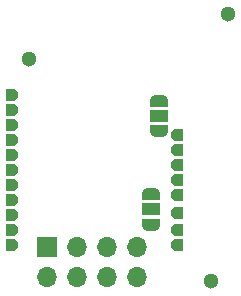
<source format=gbr>
%TF.GenerationSoftware,KiCad,Pcbnew,(6.0.7)*%
%TF.CreationDate,2023-02-02T23:10:42+01:00*%
%TF.ProjectId,ESP31-01_V4,45535033-312d-4303-915f-56342e6b6963,rev?*%
%TF.SameCoordinates,Original*%
%TF.FileFunction,Soldermask,Bot*%
%TF.FilePolarity,Negative*%
%FSLAX46Y46*%
G04 Gerber Fmt 4.6, Leading zero omitted, Abs format (unit mm)*
G04 Created by KiCad (PCBNEW (6.0.7)) date 2023-02-02 23:10:42*
%MOMM*%
%LPD*%
G01*
G04 APERTURE LIST*
G04 Aperture macros list*
%AMOutline5P*
0 Free polygon, 5 corners , with rotation*
0 The origin of the aperture is its center*
0 number of corners: always 5*
0 $1 to $10 corner X, Y*
0 $11 Rotation angle, in degrees counterclockwise*
0 create outline with 5 corners*
4,1,5,$1,$2,$3,$4,$5,$6,$7,$8,$9,$10,$1,$2,$11*%
%AMOutline6P*
0 Free polygon, 6 corners , with rotation*
0 The origin of the aperture is its center*
0 number of corners: always 6*
0 $1 to $12 corner X, Y*
0 $13 Rotation angle, in degrees counterclockwise*
0 create outline with 6 corners*
4,1,6,$1,$2,$3,$4,$5,$6,$7,$8,$9,$10,$11,$12,$1,$2,$13*%
%AMOutline7P*
0 Free polygon, 7 corners , with rotation*
0 The origin of the aperture is its center*
0 number of corners: always 7*
0 $1 to $14 corner X, Y*
0 $15 Rotation angle, in degrees counterclockwise*
0 create outline with 7 corners*
4,1,7,$1,$2,$3,$4,$5,$6,$7,$8,$9,$10,$11,$12,$13,$14,$1,$2,$15*%
%AMOutline8P*
0 Free polygon, 8 corners , with rotation*
0 The origin of the aperture is its center*
0 number of corners: always 8*
0 $1 to $16 corner X, Y*
0 $17 Rotation angle, in degrees counterclockwise*
0 create outline with 8 corners*
4,1,8,$1,$2,$3,$4,$5,$6,$7,$8,$9,$10,$11,$12,$13,$14,$15,$16,$1,$2,$17*%
%AMFreePoly0*
4,1,22,0.550000,-0.750000,0.000000,-0.750000,0.000000,-0.745033,-0.079941,-0.743568,-0.215256,-0.701293,-0.333266,-0.622738,-0.424486,-0.514219,-0.481581,-0.384460,-0.499164,-0.250000,-0.500000,-0.250000,-0.500000,0.250000,-0.499164,0.250000,-0.499963,0.256109,-0.478152,0.396186,-0.417904,0.524511,-0.324060,0.630769,-0.204165,0.706417,-0.067858,0.745374,0.000000,0.744959,0.000000,0.750000,
0.550000,0.750000,0.550000,-0.750000,0.550000,-0.750000,$1*%
%AMFreePoly1*
4,1,20,0.000000,0.744959,0.073905,0.744508,0.209726,0.703889,0.328688,0.626782,0.421226,0.519385,0.479903,0.390333,0.500000,0.250000,0.500000,-0.250000,0.499851,-0.262216,0.476331,-0.402017,0.414519,-0.529596,0.319384,-0.634700,0.198574,-0.708877,0.061801,-0.746166,0.000000,-0.745033,0.000000,-0.750000,-0.550000,-0.750000,-0.550000,0.750000,0.000000,0.750000,0.000000,0.744959,
0.000000,0.744959,$1*%
G04 Aperture macros list end*
%ADD10FreePoly0,90.000000*%
%ADD11R,1.500000X1.000000*%
%ADD12FreePoly1,90.000000*%
%ADD13FreePoly0,270.000000*%
%ADD14FreePoly1,270.000000*%
%ADD15Outline6P,-0.500000X0.500000X0.250000X0.500000X0.500000X0.250000X0.500000X-0.250000X0.250000X-0.500000X-0.500000X-0.500000X180.000000*%
%ADD16Outline6P,-0.500000X0.500000X0.250000X0.500000X0.500000X0.250000X0.500000X-0.250000X0.250000X-0.500000X-0.500000X-0.500000X0.000000*%
%ADD17C,1.300000*%
%ADD18R,1.700000X1.700000*%
%ADD19O,1.700000X1.700000*%
G04 APERTURE END LIST*
D10*
%TO.C,JP1*%
X116300000Y-108800000D03*
D11*
X116300000Y-107500000D03*
D12*
X116300000Y-106200000D03*
%TD*%
D13*
%TO.C,JP2*%
X116950000Y-98300000D03*
D11*
X116950000Y-99600000D03*
D14*
X116950000Y-100900000D03*
%TD*%
D15*
%TO.C,J5*%
X118500000Y-107780000D03*
%TD*%
%TO.C,J10*%
X118500000Y-101180000D03*
%TD*%
%TO.C,J7*%
X118500000Y-109230000D03*
%TD*%
D16*
%TO.C,J18*%
X104500000Y-102870000D03*
%TD*%
D15*
%TO.C,J9*%
X118500000Y-103720000D03*
%TD*%
%TO.C,J6*%
X118500000Y-110500000D03*
%TD*%
%TO.C,J12*%
X118500000Y-104990000D03*
%TD*%
D16*
%TO.C,J19*%
X104500000Y-100330000D03*
%TD*%
D17*
%TO.C,REF\u002A\u002A*%
X106000000Y-94800000D03*
%TD*%
D16*
%TO.C,J13*%
X104500000Y-107950000D03*
%TD*%
D17*
%TO.C,*%
X122800000Y-91000000D03*
%TD*%
D16*
%TO.C,J15*%
X104500000Y-110490000D03*
%TD*%
%TO.C,J17*%
X104500000Y-106680000D03*
%TD*%
%TO.C,J14*%
X104500000Y-109220000D03*
%TD*%
D15*
%TO.C,J8*%
X118500000Y-106260000D03*
%TD*%
D16*
%TO.C,J3*%
X104500000Y-105410000D03*
%TD*%
%TO.C,J4*%
X104500000Y-104140000D03*
%TD*%
D15*
%TO.C,J11*%
X118500000Y-102450000D03*
%TD*%
D17*
%TO.C,*%
X121400000Y-113600000D03*
%TD*%
D16*
%TO.C,J1*%
X104500000Y-97790000D03*
%TD*%
%TO.C,J16*%
X104500000Y-101600000D03*
%TD*%
%TO.C,J2*%
X104500000Y-99060000D03*
%TD*%
D18*
%TO.C,J20*%
X107500000Y-110725000D03*
D19*
X107500000Y-113265000D03*
X110040000Y-110725000D03*
X110040000Y-113265000D03*
X112580000Y-110725000D03*
X112580000Y-113265000D03*
X115120000Y-110725000D03*
X115120000Y-113265000D03*
%TD*%
M02*

</source>
